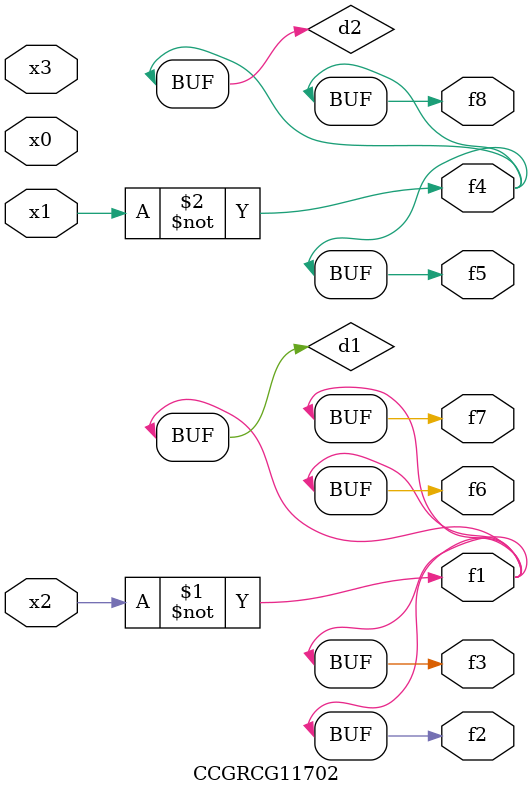
<source format=v>
module CCGRCG11702(
	input x0, x1, x2, x3,
	output f1, f2, f3, f4, f5, f6, f7, f8
);

	wire d1, d2;

	xnor (d1, x2);
	not (d2, x1);
	assign f1 = d1;
	assign f2 = d1;
	assign f3 = d1;
	assign f4 = d2;
	assign f5 = d2;
	assign f6 = d1;
	assign f7 = d1;
	assign f8 = d2;
endmodule

</source>
